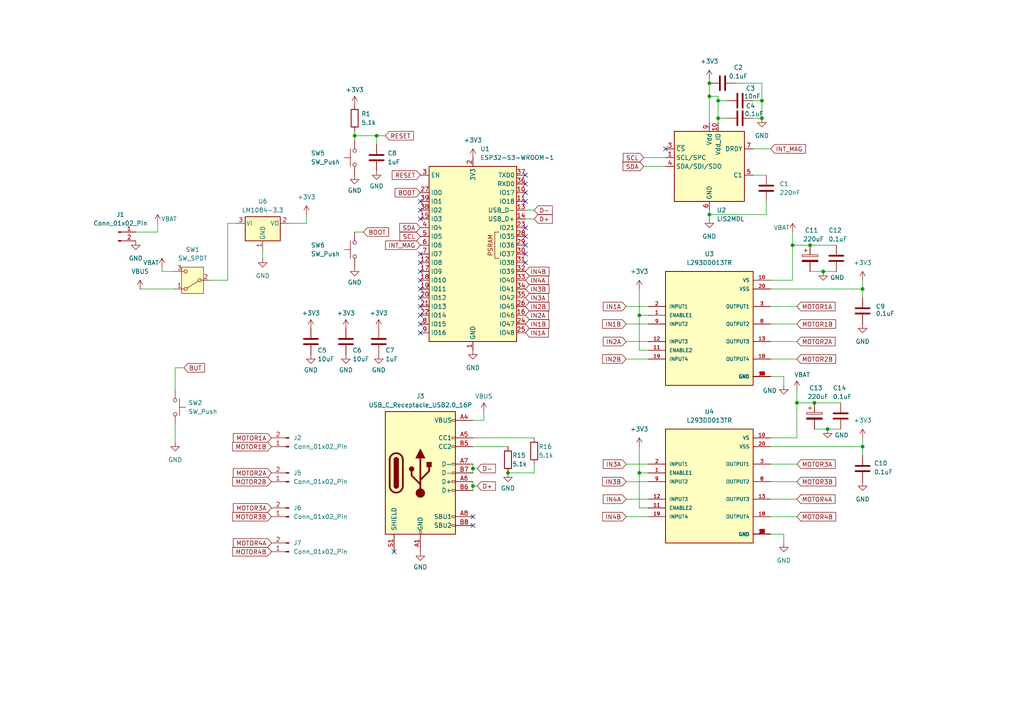
<source format=kicad_sch>
(kicad_sch (version 20250114) (generator "eeschema") (generator_version "9.0")
  (paper "A4")
  (lib_symbols
    (symbol "Connector:Conn_01x02_Pin" (pin_names (offset 1.016) (hide yes))
      (property "Reference" "J" (at 0 2.54 0))
      (property "Value" "Conn_01x02_Pin" (at 0 -5.08 0))
      (symbol "Conn_01x02_Pin_1_1"
        (rectangle (start 0.8636 0.127) (end 0 -0.127) (stroke (width 0.1524)) (fill (type outline)))
        (rectangle (start 0.8636 -2.413) (end 0 -2.667) (stroke (width 0.1524)) (fill (type outline)))
        (polyline (pts (xy 1.27 0) (xy 0.8636 0)) (stroke (width 0.1524)))
        (polyline (pts (xy 1.27 -2.54) (xy 0.8636 -2.54)) (stroke (width 0.1524)))
        (pin passive line (at 5.08 0 180) (length 3.81) (name "Pin_1") (number "1"))
        (pin passive line (at 5.08 -2.54 180) (length 3.81) (name "Pin_2") (number "2"))
      )
    )
    (symbol "Connector:USB_C_Receptacle_USB2.0_16P" (pin_names (offset 1.016))
      (property "Reference" "J" (at 0 22.225 0))
      (property "Value" "USB_C_Receptacle_USB2.0_16P" (at 0 19.685 0))
      (symbol "USB_C_Receptacle_USB2.0_16P_0_0"
        (rectangle (start -0.254 -17.78) (end 0.254 -16.764))
        (rectangle (start 10.16 15.494) (end 9.144 14.986))
        (rectangle (start 10.16 10.414) (end 9.144 9.906))
        (rectangle (start 10.16 7.874) (end 9.144 7.366))
        (rectangle (start 10.16 2.794) (end 9.144 2.286))
        (rectangle (start 10.16 0.254) (end 9.144 -0.254))
        (rectangle (start 10.16 -2.286) (end 9.144 -2.794))
        (rectangle (start 10.16 -4.826) (end 9.144 -5.334))
        (rectangle (start 10.16 -12.446) (end 9.144 -12.954))
        (rectangle (start 10.16 -14.986) (end 9.144 -15.494))
      )
      (symbol "USB_C_Receptacle_USB2.0_16P_0_1"
        (rectangle (start -10.16 17.78) (end 10.16 -17.78) (stroke (width 0.254)) (fill (type background)))
        (polyline (pts (xy -8.89 -3.81) (xy -8.89 3.81)) (stroke (width 0.508)))
        (rectangle (start -7.62 -3.81) (end -6.35 3.81) (stroke (width 0.254)) (fill (type outline)))
        (arc (start -7.62 3.81) (mid -6.985 4.4423) (end -6.35 3.81) (stroke (width 0.254)))
        (arc (start -7.62 3.81) (mid -6.985 4.4423) (end -6.35 3.81) (stroke (width 0.254)) (fill (type outline)))
        (arc (start -8.89 3.81) (mid -6.985 5.7067) (end -5.08 3.81) (stroke (width 0.508)))
        (arc (start -5.08 -3.81) (mid -6.985 -5.7067) (end -8.89 -3.81) (stroke (width 0.508)))
        (arc (start -6.35 -3.81) (mid -6.985 -4.4423) (end -7.62 -3.81) (stroke (width 0.254)))
        (arc (start -6.35 -3.81) (mid -6.985 -4.4423) (end -7.62 -3.81) (stroke (width 0.254)) (fill (type outline)))
        (polyline (pts (xy -5.08 3.81) (xy -5.08 -3.81)) (stroke (width 0.508)))
        (circle (center -2.54 1.143) (radius 0.635) (stroke (width 0.254)) (fill (type outline)))
        (polyline (pts (xy -1.27 4.318) (xy 0 6.858) (xy 1.27 4.318) (xy -1.27 4.318)) (stroke (width 0.254)) (fill (type outline)))
        (polyline (pts (xy 0 -2.032) (xy 2.54 0.508) (xy 2.54 1.778)) (stroke (width 0.508)))
        (polyline (pts (xy 0 -3.302) (xy -2.54 -0.762) (xy -2.54 0.508)) (stroke (width 0.508)))
        (polyline (pts (xy 0 -5.842) (xy 0 4.318)) (stroke (width 0.508)))
        (circle (center 0 -5.842) (radius 1.27) (fill (type outline)))
        (rectangle (start 1.905 1.778) (end 3.175 3.048) (stroke (width 0.254)) (fill (type outline)))
      )
      (symbol "USB_C_Receptacle_USB2.0_16P_1_1"
        (pin passive line (at -7.62 -22.86 90) (length 5.08) (name "SHIELD") (number "S1"))
        (pin passive line (at 0 -22.86 90) (length 5.08) (name "GND") (number "A1"))
        (pin passive line (at 0 -22.86 90) (length 5.08) (hide yes) (name "GND") (number "A12"))
        (pin passive line (at 0 -22.86 90) (length 5.08) (hide yes) (name "GND") (number "B1"))
        (pin passive line (at 0 -22.86 90) (length 5.08) (hide yes) (name "GND") (number "B12"))
        (pin passive line (at 15.24 15.24 180) (length 5.08) (name "VBUS") (number "A4"))
        (pin passive line (at 15.24 15.24 180) (length 5.08) (hide yes) (name "VBUS") (number "A9"))
        (pin passive line (at 15.24 15.24 180) (length 5.08) (hide yes) (name "VBUS") (number "B4"))
        (pin passive line (at 15.24 15.24 180) (length 5.08) (hide yes) (name "VBUS") (number "B9"))
        (pin bidirectional line (at 15.24 10.16 180) (length 5.08) (name "CC1") (number "A5"))
        (pin bidirectional line (at 15.24 7.62 180) (length 5.08) (name "CC2") (number "B5"))
        (pin bidirectional line (at 15.24 2.54 180) (length 5.08) (name "D-") (number "A7"))
        (pin bidirectional line (at 15.24 0 180) (length 5.08) (name "D-") (number "B7"))
        (pin bidirectional line (at 15.24 -2.54 180) (length 5.08) (name "D+") (number "A6"))
        (pin bidirectional line (at 15.24 -5.08 180) (length 5.08) (name "D+") (number "B6"))
        (pin bidirectional line (at 15.24 -12.7 180) (length 5.08) (name "SBU1") (number "A8"))
        (pin bidirectional line (at 15.24 -15.24 180) (length 5.08) (name "SBU2") (number "B8"))
      )
    )
    (symbol "Device:C" (pin_numbers (hide yes)) (pin_names (offset 0.254))
      (property "Reference" "C" (at 0.635 2.54 0))
      (property "Value" "C" (at 0.635 -2.54 0))
      (symbol "C_0_1"
        (polyline (pts (xy -2.032 0.762) (xy 2.032 0.762)) (stroke (width 0.508)))
        (polyline (pts (xy -2.032 -0.762) (xy 2.032 -0.762)) (stroke (width 0.508)))
      )
      (symbol "C_1_1"
        (pin passive line (at 0 3.81 270) (length 2.794) (name "~") (number "1"))
        (pin passive line (at 0 -3.81 90) (length 2.794) (name "~") (number "2"))
      )
    )
    (symbol "Device:C_Polarized" (pin_numbers (hide yes)) (pin_names (offset 0.254))
      (property "Reference" "C" (at 0.635 2.54 0))
      (property "Value" "C_Polarized" (at 0.635 -2.54 0))
      (symbol "C_Polarized_0_1"
        (rectangle (start -2.286 0.508) (end 2.286 1.016))
        (polyline (pts (xy -1.778 2.286) (xy -0.762 2.286)))
        (polyline (pts (xy -1.27 2.794) (xy -1.27 1.778)))
        (rectangle (start 2.286 -0.508) (end -2.286 -1.016) (fill (type outline)))
      )
      (symbol "C_Polarized_1_1"
        (pin passive line (at 0 3.81 270) (length 2.794) (name "~") (number "1"))
        (pin passive line (at 0 -3.81 90) (length 2.794) (name "~") (number "2"))
      )
    )
    (symbol "Device:R" (pin_numbers (hide yes)) (pin_names (offset 0))
      (property "Reference" "R" (at 2.032 0 90))
      (property "Value" "R" (at 0 0 90))
      (symbol "R_0_1"
        (rectangle (start -1.016 -2.54) (end 1.016 2.54) (stroke (width 0.254)))
      )
      (symbol "R_1_1"
        (pin passive line (at 0 3.81 270) (length 1.27) (name "~") (number "1"))
        (pin passive line (at 0 -3.81 90) (length 1.27) (name "~") (number "2"))
      )
    )
    (symbol "GND_1" (power) (pin_numbers (hide yes)) (pin_names (offset 0) (hide yes))
      (property "Value" "GND" (at 0 -3.81 0))
      (symbol "GND_1_0_1"
        (polyline (pts (xy 0 0) (xy 0 -1.27) (xy 1.27 -1.27) (xy 0 -2.54) (xy -1.27 -1.27) (xy 0 -1.27)))
      )
      (symbol "GND_1_1_1"
        (pin power_in line (at 0 0 270) (length 0) (name "~") (number "1"))
      )
    )
    (symbol "GND_2" (power) (pin_numbers (hide yes)) (pin_names (offset 0) (hide yes))
      (property "Value" "GND" (at 0 -3.81 0))
      (symbol "GND_2_0_1"
        (polyline (pts (xy 0 0) (xy 0 -1.27) (xy 1.27 -1.27) (xy 0 -2.54) (xy -1.27 -1.27) (xy 0 -1.27)))
      )
      (symbol "GND_2_1_1"
        (pin power_in line (at 0 0 270) (length 0) (name "~") (number "1"))
      )
    )
    (symbol "GND_3" (power) (pin_numbers (hide yes)) (pin_names (offset 0) (hide yes))
      (property "Value" "GND" (at 0 -3.81 0))
      (symbol "GND_3_0_1"
        (polyline (pts (xy 0 0) (xy 0 -1.27) (xy 1.27 -1.27) (xy 0 -2.54) (xy -1.27 -1.27) (xy 0 -1.27)))
      )
      (symbol "GND_3_1_1"
        (pin power_in line (at 0 0 270) (length 0) (name "~") (number "1"))
      )
    )
    (symbol "GND_4" (power) (pin_numbers (hide yes)) (pin_names (offset 0) (hide yes))
      (property "Value" "GND" (at 0 -3.81 0))
      (symbol "GND_4_0_1"
        (polyline (pts (xy 0 0) (xy 0 -1.27) (xy 1.27 -1.27) (xy 0 -2.54) (xy -1.27 -1.27) (xy 0 -1.27)))
      )
      (symbol "GND_4_1_1"
        (pin power_in line (at 0 0 270) (length 0) (name "~") (number "1"))
      )
    )
    (symbol "GND_5" (power) (pin_numbers (hide yes)) (pin_names (offset 0) (hide yes))
      (property "Value" "GND" (at 0 -3.81 0))
      (symbol "GND_5_0_1"
        (polyline (pts (xy 0 0) (xy 0 -1.27) (xy 1.27 -1.27) (xy 0 -2.54) (xy -1.27 -1.27) (xy 0 -1.27)))
      )
      (symbol "GND_5_1_1"
        (pin power_in line (at 0 0 270) (length 0) (name "~") (number "1"))
      )
    )
    (symbol "GND_6" (power) (pin_numbers (hide yes)) (pin_names (offset 0) (hide yes))
      (property "Value" "GND" (at 0 -3.81 0))
      (symbol "GND_6_0_1"
        (polyline (pts (xy 0 0) (xy 0 -1.27) (xy 1.27 -1.27) (xy 0 -2.54) (xy -1.27 -1.27) (xy 0 -1.27)))
      )
      (symbol "GND_6_1_1"
        (pin power_in line (at 0 0 270) (length 0) (name "~") (number "1"))
      )
    )
    (symbol "GND_7" (power) (pin_numbers (hide yes)) (pin_names (offset 0) (hide yes))
      (property "Value" "GND" (at 0 -3.81 0))
      (symbol "GND_7_0_1"
        (polyline (pts (xy 0 0) (xy 0 -1.27) (xy 1.27 -1.27) (xy 0 -2.54) (xy -1.27 -1.27) (xy 0 -1.27)))
      )
      (symbol "GND_7_1_1"
        (pin power_in line (at 0 0 270) (length 0) (name "~") (number "1"))
      )
    )
    (symbol "GND_8" (power) (pin_numbers (hide yes)) (pin_names (offset 0) (hide yes))
      (property "Value" "GND" (at 0 -3.81 0))
      (symbol "GND_8_0_1"
        (polyline (pts (xy 0 0) (xy 0 -1.27) (xy 1.27 -1.27) (xy 0 -2.54) (xy -1.27 -1.27) (xy 0 -1.27)))
      )
      (symbol "GND_8_1_1"
        (pin power_in line (at 0 0 270) (length 0) (name "~") (number "1"))
      )
    )
    (symbol "GND_9" (power) (pin_numbers (hide yes)) (pin_names (offset 0) (hide yes))
      (property "Value" "GND" (at 0 -3.81 0))
      (symbol "GND_9_0_1"
        (polyline (pts (xy 0 0) (xy 0 -1.27) (xy 1.27 -1.27) (xy 0 -2.54) (xy -1.27 -1.27) (xy 0 -1.27)))
      )
      (symbol "GND_9_1_1"
        (pin power_in line (at 0 0 270) (length 0) (name "~") (number "1"))
      )
    )
    (symbol "L293DD013TR:L293DD013TR" (pin_names (offset 1.016))
      (property "Reference" "U" (at -12.7 16.24 0))
      (property "Value" "L293DD013TR" (at -12.7 -21.78 0))
      (symbol "L293DD013TR_0_0"
        (rectangle (start -12.7 -17.78) (end 12.7 15.24) (stroke (width 0.254)) (fill (type background)))
        (pin input line (at -17.78 5.08 0) (length 5.08) (name "INPUT1") (number "2"))
        (pin input line (at -17.78 2.54 0) (length 5.08) (name "ENABLE1") (number "1"))
        (pin input line (at -17.78 0 0) (length 5.08) (name "INPUT2") (number "9"))
        (pin input line (at -17.78 -5.08 0) (length 5.08) (name "INPUT3") (number "12"))
        (pin input line (at -17.78 -7.62 0) (length 5.08) (name "ENABLE2") (number "11"))
        (pin input line (at -17.78 -10.16 0) (length 5.08) (name "INPUT4") (number "19"))
        (pin power_in line (at 17.78 12.7 180) (length 5.08) (name "VS") (number "10"))
        (pin power_in line (at 17.78 10.16 180) (length 5.08) (name "VSS") (number "20"))
        (pin output line (at 17.78 5.08 180) (length 5.08) (name "OUTPUT1") (number "3"))
        (pin output line (at 17.78 0 180) (length 5.08) (name "OUTPUT2") (number "8"))
        (pin output line (at 17.78 -5.08 180) (length 5.08) (name "OUTPUT3") (number "13"))
        (pin output line (at 17.78 -10.16 180) (length 5.08) (name "OUTPUT4") (number "18"))
        (pin power_in line (at 17.78 -15.24 180) (length 5.08) (name "GND") (number "14"))
        (pin power_in line (at 17.78 -15.24 180) (length 5.08) (name "GND") (number "15"))
        (pin power_in line (at 17.78 -15.24 180) (length 5.08) (name "GND") (number "16"))
        (pin power_in line (at 17.78 -15.24 180) (length 5.08) (name "GND") (number "17"))
        (pin power_in line (at 17.78 -15.24 180) (length 5.08) (name "GND") (number "4"))
        (pin power_in line (at 17.78 -15.24 180) (length 5.08) (name "GND") (number "5"))
        (pin power_in line (at 17.78 -15.24 180) (length 5.08) (name "GND") (number "6"))
        (pin power_in line (at 17.78 -15.24 180) (length 5.08) (name "GND") (number "7"))
      )
    )
    (symbol "RF_Module:ESP32-S3-WROOM-1"
      (property "Reference" "U" (at -12.7 26.67 0))
      (property "Value" "ESP32-S3-WROOM-1" (at 12.7 26.67 0))
      (symbol "ESP32-S3-WROOM-1_0_0"
        (rectangle (start -12.7 25.4) (end 12.7 -25.4) (stroke (width 0.254)) (fill (type background)))
        (text "PSRAM" (at 5.08 2.54 900) (effects (font (size 1.27 1.27))))
      )
      (symbol "ESP32-S3-WROOM-1_0_1"
        (polyline (pts (xy 7.62 -1.27) (xy 6.35 -1.27) (xy 6.35 6.35) (xy 7.62 6.35)))
      )
      (symbol "ESP32-S3-WROOM-1_1_1"
        (pin input line (at -15.24 22.86 0) (length 2.54) (name "EN") (number "3"))
        (pin bidirectional line (at -15.24 17.78 0) (length 2.54) (name "IO0") (number "27"))
        (pin bidirectional line (at -15.24 15.24 0) (length 2.54) (name "IO1") (number "39"))
        (pin bidirectional line (at -15.24 12.7 0) (length 2.54) (name "IO2") (number "38"))
        (pin bidirectional line (at -15.24 10.16 0) (length 2.54) (name "IO3") (number "15"))
        (pin bidirectional line (at -15.24 7.62 0) (length 2.54) (name "IO4") (number "4"))
        (pin bidirectional line (at -15.24 5.08 0) (length 2.54) (name "IO5") (number "5"))
        (pin bidirectional line (at -15.24 2.54 0) (length 2.54) (name "IO6") (number "6"))
        (pin bidirectional line (at -15.24 0 0) (length 2.54) (name "IO7") (number "7"))
        (pin bidirectional line (at -15.24 -2.54 0) (length 2.54) (name "IO8") (number "12"))
        (pin bidirectional line (at -15.24 -5.08 0) (length 2.54) (name "IO9") (number "17"))
        (pin bidirectional line (at -15.24 -7.62 0) (length 2.54) (name "IO10") (number "18"))
        (pin bidirectional line (at -15.24 -10.16 0) (length 2.54) (name "IO11") (number "19"))
        (pin bidirectional line (at -15.24 -12.7 0) (length 2.54) (name "IO12") (number "20"))
        (pin bidirectional line (at -15.24 -15.24 0) (length 2.54) (name "IO13") (number "21"))
        (pin bidirectional line (at -15.24 -17.78 0) (length 2.54) (name "IO14") (number "22"))
        (pin bidirectional line (at -15.24 -20.32 0) (length 2.54) (name "IO15") (number "8"))
        (pin bidirectional line (at -15.24 -22.86 0) (length 2.54) (name "IO16") (number "9"))
        (pin power_in line (at 0 27.94 270) (length 2.54) (name "3V3") (number "2"))
        (pin power_in line (at 0 -27.94 90) (length 2.54) (name "GND") (number "1"))
        (pin passive line (at 0 -27.94 90) (length 2.54) (hide yes) (name "GND") (number "40"))
        (pin passive line (at 0 -27.94 90) (length 2.54) (hide yes) (name "GND") (number "41"))
        (pin bidirectional line (at 15.24 22.86 180) (length 2.54) (name "TXD0") (number "37"))
        (pin bidirectional line (at 15.24 20.32 180) (length 2.54) (name "RXD0") (number "36"))
        (pin bidirectional line (at 15.24 17.78 180) (length 2.54) (name "IO17") (number "10"))
        (pin bidirectional line (at 15.24 15.24 180) (length 2.54) (name "IO18") (number "11"))
        (pin bidirectional line (at 15.24 12.7 180) (length 2.54) (name "USB_D-") (number "13"))
        (pin bidirectional line (at 15.24 10.16 180) (length 2.54) (name "USB_D+") (number "14"))
        (pin bidirectional line (at 15.24 7.62 180) (length 2.54) (name "IO21") (number "23"))
        (pin bidirectional line (at 15.24 5.08 180) (length 2.54) (name "IO35") (number "28"))
        (pin bidirectional line (at 15.24 2.54 180) (length 2.54) (name "IO36") (number "29"))
        (pin bidirectional line (at 15.24 0 180) (length 2.54) (name "IO37") (number "30"))
        (pin bidirectional line (at 15.24 -2.54 180) (length 2.54) (name "IO38") (number "31"))
        (pin bidirectional line (at 15.24 -5.08 180) (length 2.54) (name "IO39") (number "32"))
        (pin bidirectional line (at 15.24 -7.62 180) (length 2.54) (name "IO40") (number "33"))
        (pin bidirectional line (at 15.24 -10.16 180) (length 2.54) (name "IO41") (number "34"))
        (pin bidirectional line (at 15.24 -12.7 180) (length 2.54) (name "IO42") (number "35"))
        (pin bidirectional line (at 15.24 -15.24 180) (length 2.54) (name "IO45") (number "26"))
        (pin bidirectional line (at 15.24 -17.78 180) (length 2.54) (name "IO46") (number "16"))
        (pin bidirectional line (at 15.24 -20.32 180) (length 2.54) (name "IO47") (number "24"))
        (pin bidirectional line (at 15.24 -22.86 180) (length 2.54) (name "IO48") (number "25"))
      )
    )
    (symbol "Regulator_Linear:LM1084-3.3" (pin_names (offset 0.254))
      (property "Reference" "U" (at -3.81 3.175 0))
      (property "Value" "LM1084-3.3" (at 0 3.175 0))
      (symbol "LM1084-3.3_0_1"
        (rectangle (start -5.08 1.905) (end 5.08 -5.08) (stroke (width 0.254)) (fill (type background)))
      )
      (symbol "LM1084-3.3_1_1"
        (pin power_in line (at -7.62 0 0) (length 2.54) (name "VI") (number "3"))
        (pin power_in line (at 0 -7.62 90) (length 2.54) (name "GND") (number "1"))
        (pin power_out line (at 7.62 0 180) (length 2.54) (name "VO") (number "2"))
      )
    )
    (symbol "Sensor_Magnetic:LIS2MDL"
      (property "Reference" "U" (at -8.89 11.43 0))
      (property "Value" "LIS2MDL" (at 7.62 11.43 0))
      (symbol "LIS2MDL_0_1"
        (rectangle (start -10.16 10.16) (end 10.16 -10.16) (stroke (width 0.254)) (fill (type background)))
      )
      (symbol "LIS2MDL_1_1"
        (pin input line (at -12.7 5.08 0) (length 2.54) (name "~{CS}") (number "3"))
        (pin input line (at -12.7 2.54 0) (length 2.54) (name "SCL/SPC") (number "1"))
        (pin bidirectional line (at -12.7 0 0) (length 2.54) (name "SDA/SDI/SDO") (number "4"))
        (pin no_connect line (at -10.16 -5.08 0) (length 2.54) (hide yes) (name "NC") (number "2"))
        (pin no_connect line (at -10.16 -7.62 0) (length 2.54) (hide yes) (name "NC") (number "11"))
        (pin power_in line (at 0 12.7 270) (length 2.54) (name "Vdd") (number "9"))
        (pin power_in line (at 0 -12.7 90) (length 2.54) (name "GND") (number "6"))
        (pin passive line (at 0 -12.7 90) (length 2.54) (hide yes) (name "GND") (number "8"))
        (pin power_in line (at 2.54 12.7 270) (length 2.54) (name "Vdd_IO") (number "10"))
        (pin no_connect line (at 10.16 -7.62 180) (length 2.54) (hide yes) (name "NC") (number "12"))
        (pin output line (at 12.7 5.08 180) (length 2.54) (name "DRDY") (number "7"))
        (pin power_out line (at 12.7 -2.54 180) (length 2.54) (name "C1") (number "5"))
      )
    )
    (symbol "Switch:SW_Push" (pin_numbers (hide yes)) (pin_names (offset 1.016) (hide yes))
      (property "Reference" "SW" (at 1.27 2.54 0))
      (property "Value" "SW_Push" (at 0 -1.524 0))
      (symbol "SW_Push_0_1"
        (circle (center -2.032 0) (radius 0.508))
        (polyline (pts (xy 0 1.27) (xy 0 3.048)))
        (circle (center 2.032 0) (radius 0.508))
        (polyline (pts (xy 2.54 1.27) (xy -2.54 1.27)))
        (pin passive line (at -5.08 0 0) (length 2.54) (name "1") (number "1"))
        (pin passive line (at 5.08 0 180) (length 2.54) (name "2") (number "2"))
      )
    )
    (symbol "Switch:SW_SPDT" (pin_names (offset 0) (hide yes))
      (property "Reference" "SW" (at 0 5.08 0))
      (property "Value" "SW_SPDT" (at 0 -5.08 0))
      (symbol "SW_SPDT_0_1"
        (circle (center -2.032 0) (radius 0.4572))
        (polyline (pts (xy -1.651 0.254) (xy 1.651 2.286)))
        (circle (center 2.032 2.54) (radius 0.4572))
        (circle (center 2.032 -2.54) (radius 0.4572))
      )
      (symbol "SW_SPDT_1_1"
        (rectangle (start -3.175 3.81) (end 3.175 -3.81) (fill (type background)))
        (pin passive line (at -5.08 0 0) (length 2.54) (name "B") (number "2"))
        (pin passive line (at 5.08 2.54 180) (length 2.54) (name "A") (number "1"))
        (pin passive line (at 5.08 -2.54 180) (length 2.54) (name "C") (number "3"))
      )
    )
    (symbol "power:+3V3" (power) (pin_numbers (hide yes)) (pin_names (offset 0) (hide yes))
      (property "Value" "+3V3" (at 0 3.556 0))
      (symbol "+3V3_0_1"
        (polyline (pts (xy -0.762 1.27) (xy 0 2.54)))
        (polyline (pts (xy 0 2.54) (xy 0.762 1.27)))
        (polyline (pts (xy 0 0) (xy 0 2.54)))
      )
      (symbol "+3V3_1_1"
        (pin power_in line (at 0 0 90) (length 0) (name "~") (number "1"))
      )
    )
    (symbol "power:GND" (power) (pin_names (offset 0))
      (property "Value" "GND" (at 0 -3.81 0))
      (symbol "GND_0_1"
        (polyline (pts (xy 0 0) (xy 0 -1.27) (xy 1.27 -1.27) (xy 0 -2.54) (xy -1.27 -1.27) (xy 0 -1.27)))
      )
      (symbol "GND_1_1"
        (pin power_in line (at 0 0 270) (length 0) (hide yes) (name "GND") (number "1"))
      )
    )
    (symbol "power:VBAT" (power) (in_bom no) (on_board no)
      (property "Value" "VBAT" (at 0 0 0))
      (symbol "VBAT_0_1"
        (polyline (pts (xy 0 0) (xy 0 2.54) (xy -0.762 1.27) (xy 0 2.54) (xy 0.762 1.27)))
      )
      (symbol "VBAT_1_1"
        (pin power_in line (at 0 0 90) (length 2.54) (hide yes) (name "VBAT") (number ""))
      )
    )
    (symbol "power:VBUS" (power) (pin_numbers (hide yes)) (pin_names (offset 0) (hide yes))
      (property "Value" "VBUS" (at 0 3.556 0))
      (symbol "VBUS_0_1"
        (polyline (pts (xy -0.762 1.27) (xy 0 2.54)))
        (polyline (pts (xy 0 2.54) (xy 0.762 1.27)))
        (polyline (pts (xy 0 0) (xy 0 2.54)))
      )
      (symbol "VBUS_1_1"
        (pin power_in line (at 0 0 90) (length 0) (name "~") (number "1"))
      )
    )
  )
  (junction (at 229.87 71.12))
  (junction (at 102.87 39.37))
  (junction (at 236.22 116.84))
  (junction (at 208.28 34.29))
  (junction (at 137.16 140.97))
  (junction (at 205.74 62.23))
  (junction (at 147.32 137.16))
  (junction (at 231.14 116.84))
  (junction (at 137.16 135.89))
  (junction (at 185.42 137.16))
  (junction (at 205.74 27.94))
  (junction (at 220.98 29.21))
  (junction (at 109.22 39.37))
  (junction (at 208.28 29.21))
  (junction (at 240.03 124.46))
  (junction (at 234.95 71.12))
  (junction (at 250.19 129.54))
  (junction (at 238.76 78.74))
  (junction (at 220.98 34.29))
  (junction (at 185.42 91.44))
  (junction (at 205.74 24.13))
  (junction (at 250.19 83.82))
  (no_connect (at 152.4 50.8))
  (no_connect (at 121.92 58.42))
  (no_connect (at 137.16 152.4))
  (no_connect (at 152.4 55.88))
  (no_connect (at 152.4 53.34))
  (no_connect (at 121.92 91.44))
  (no_connect (at 121.92 93.98))
  (no_connect (at 137.16 149.86))
  (no_connect (at 152.4 71.12))
  (no_connect (at 193.04 43.18))
  (no_connect (at 121.92 96.52))
  (no_connect (at 152.4 76.2))
  (no_connect (at 152.4 68.58))
  (no_connect (at 121.92 88.9))
  (no_connect (at 121.92 60.96))
  (no_connect (at 121.92 81.28))
  (no_connect (at 121.92 73.66))
  (no_connect (at 152.4 66.04))
  (no_connect (at 121.92 63.5))
  (no_connect (at 121.92 76.2))
  (no_connect (at 121.92 86.36))
  (no_connect (at 114.3 160.02))
  (no_connect (at 152.4 73.66))
  (no_connect (at 121.92 83.82))
  (no_connect (at 152.4 58.42))
  (no_connect (at 121.92 78.74))
  (wire (pts (xy 210.82 34.29) (xy 208.28 34.29)))
  (wire (pts (xy 223.52 88.9) (xy 231.14 88.9)))
  (wire (pts (xy 229.87 71.12) (xy 234.95 71.12)))
  (wire (pts (xy 102.87 39.37) (xy 109.22 39.37)))
  (wire (pts (xy 231.14 116.84) (xy 236.22 116.84)))
  (wire (pts (xy 223.52 149.86) (xy 231.14 149.86)))
  (wire (pts (xy 39.37 67.31) (xy 45.72 67.31)))
  (wire (pts (xy 76.2 72.39) (xy 76.2 74.93)))
  (wire (pts (xy 223.52 144.78) (xy 231.14 144.78)))
  (wire (pts (xy 250.19 132.08) (xy 250.19 129.54)))
  (wire (pts (xy 137.16 127) (xy 154.94 127)))
  (wire (pts (xy 45.72 64.77) (xy 45.72 67.31)))
  (wire (pts (xy 140.335 119.38) (xy 140.335 121.92)))
  (wire (pts (xy 229.87 67.31) (xy 229.87 71.12)))
  (wire (pts (xy 218.44 29.21) (xy 220.98 29.21)))
  (wire (pts (xy 154.94 137.16) (xy 147.32 137.16)))
  (wire (pts (xy 66.04 81.28) (xy 66.04 64.77)))
  (wire (pts (xy 234.95 71.12) (xy 242.57 71.12)))
  (wire (pts (xy 223.52 134.62) (xy 231.14 134.62)))
  (wire (pts (xy 222.25 62.23) (xy 205.74 62.23)))
  (wire (pts (xy 229.87 71.12) (xy 229.87 81.28)))
  (wire (pts (xy 250.19 86.36) (xy 250.19 83.82)))
  (wire (pts (xy 181.61 149.86) (xy 187.96 149.86)))
  (wire (pts (xy 220.98 29.21) (xy 220.98 34.29)))
  (wire (pts (xy 223.52 154.94) (xy 227.33 154.94)))
  (wire (pts (xy 218.44 34.29) (xy 220.98 34.29)))
  (wire (pts (xy 152.4 60.96) (xy 154.94 60.96)))
  (wire (pts (xy 102.87 40.64) (xy 102.87 39.37)))
  (wire (pts (xy 234.95 78.74) (xy 238.76 78.74)))
  (wire (pts (xy 185.42 129.54) (xy 185.42 137.16)))
  (wire (pts (xy 238.76 78.74) (xy 242.57 78.74)))
  (wire (pts (xy 83.82 64.77) (xy 88.9 64.77)))
  (wire (pts (xy 223.52 93.98) (xy 231.14 93.98)))
  (wire (pts (xy 152.4 63.5) (xy 154.94 63.5)))
  (wire (pts (xy 231.14 113.03) (xy 231.14 116.84)))
  (wire (pts (xy 181.61 104.14) (xy 187.96 104.14)))
  (wire (pts (xy 181.61 134.62) (xy 187.96 134.62)))
  (wire (pts (xy 88.9 62.23) (xy 88.9 64.77)))
  (wire (pts (xy 137.16 140.97) (xy 138.43 140.97)))
  (wire (pts (xy 60.96 81.28) (xy 66.04 81.28)))
  (wire (pts (xy 109.22 39.37) (xy 111.76 39.37)))
  (wire (pts (xy 181.61 93.98) (xy 187.96 93.98)))
  (wire (pts (xy 137.16 121.92) (xy 140.335 121.92)))
  (wire (pts (xy 181.61 139.7) (xy 187.96 139.7)))
  (wire (pts (xy 210.82 29.21) (xy 208.28 29.21)))
  (wire (pts (xy 223.52 104.14) (xy 231.14 104.14)))
  (wire (pts (xy 227.33 154.94) (xy 227.33 157.48)))
  (wire (pts (xy 185.42 91.44) (xy 187.96 91.44)))
  (wire (pts (xy 231.14 116.84) (xy 231.14 127)))
  (wire (pts (xy 187.96 147.32) (xy 185.42 147.32)))
  (wire (pts (xy 46.99 77.47) (xy 46.99 78.74)))
  (wire (pts (xy 240.03 124.46) (xy 243.84 124.46)))
  (wire (pts (xy 102.87 67.31) (xy 105.41 67.31)))
  (wire (pts (xy 109.22 39.37) (xy 109.22 41.91)))
  (wire (pts (xy 223.52 99.06) (xy 231.14 99.06)))
  (wire (pts (xy 137.16 129.54) (xy 147.32 129.54)))
  (wire (pts (xy 185.42 83.82) (xy 185.42 91.44)))
  (wire (pts (xy 208.28 29.21) (xy 208.28 27.94)))
  (wire (pts (xy 187.96 101.6) (xy 185.42 101.6)))
  (wire (pts (xy 223.52 127) (xy 231.14 127)))
  (wire (pts (xy 186.69 45.72) (xy 193.04 45.72)))
  (wire (pts (xy 137.16 134.62) (xy 137.16 135.89)))
  (wire (pts (xy 223.52 109.22) (xy 227.33 109.22)))
  (wire (pts (xy 236.22 116.84) (xy 243.84 116.84)))
  (wire (pts (xy 181.61 88.9) (xy 187.96 88.9)))
  (wire (pts (xy 250.19 127) (xy 250.19 129.54)))
  (wire (pts (xy 186.69 48.26) (xy 193.04 48.26)))
  (wire (pts (xy 218.44 43.18) (xy 223.52 43.18)))
  (wire (pts (xy 220.98 24.13) (xy 220.98 29.21)))
  (wire (pts (xy 137.16 140.97) (xy 137.16 142.24)))
  (wire (pts (xy 223.52 139.7) (xy 231.14 139.7)))
  (wire (pts (xy 236.22 124.46) (xy 240.03 124.46)))
  (wire (pts (xy 181.61 144.78) (xy 187.96 144.78)))
  (wire (pts (xy 50.8 123.19) (xy 50.8 128.27)))
  (wire (pts (xy 205.74 62.23) (xy 205.74 63.5)))
  (wire (pts (xy 50.8 113.03) (xy 50.8 106.68)))
  (wire (pts (xy 222.25 58.42) (xy 222.25 62.23)))
  (wire (pts (xy 205.74 27.94) (xy 205.74 35.56)))
  (wire (pts (xy 227.33 109.22) (xy 227.33 111.76)))
  (wire (pts (xy 137.16 139.7) (xy 137.16 140.97)))
  (wire (pts (xy 154.94 134.62) (xy 154.94 137.16)))
  (wire (pts (xy 185.42 137.16) (xy 187.96 137.16)))
  (wire (pts (xy 137.16 135.89) (xy 137.16 137.16)))
  (wire (pts (xy 181.61 99.06) (xy 187.96 99.06)))
  (wire (pts (xy 218.44 50.8) (xy 222.25 50.8)))
  (wire (pts (xy 223.52 129.54) (xy 250.19 129.54)))
  (wire (pts (xy 213.36 24.13) (xy 220.98 24.13)))
  (wire (pts (xy 185.42 91.44) (xy 185.42 101.6)))
  (wire (pts (xy 205.74 22.86) (xy 205.74 24.13)))
  (wire (pts (xy 208.28 34.29) (xy 208.28 29.21)))
  (wire (pts (xy 185.42 137.16) (xy 185.42 147.32)))
  (wire (pts (xy 205.74 24.13) (xy 205.74 27.94)))
  (wire (pts (xy 102.87 38.1) (xy 102.87 39.37)))
  (wire (pts (xy 66.04 64.77) (xy 68.58 64.77)))
  (wire (pts (xy 46.99 78.74) (xy 50.8 78.74)))
  (wire (pts (xy 208.28 27.94) (xy 205.74 27.94)))
  (wire (pts (xy 208.28 35.56) (xy 208.28 34.29)))
  (wire (pts (xy 40.64 83.82) (xy 50.8 83.82)))
  (wire (pts (xy 229.87 81.28) (xy 223.52 81.28)))
  (wire (pts (xy 50.8 106.68) (xy 53.34 106.68)))
  (wire (pts (xy 137.16 135.89) (xy 138.43 135.89)))
  (wire (pts (xy 205.74 62.23) (xy 205.74 60.96)))
  (wire (pts (xy 223.52 83.82) (xy 250.19 83.82)))
  (wire (pts (xy 250.19 81.28) (xy 250.19 83.82)))
  (global_label "RESET" (shape input) (at 111.76 39.37 0) (property "Intersheetrefs" "${INTERSHEET_REFS}" (effects (hide yes))))
  (global_label "INT_MAG" (shape input) (at 223.52 43.18 0) (property "Intersheetrefs" "${INTERSHEET_REFS}" (effects (hide yes))))
  (global_label "IN1A" (shape input) (at 152.4 96.52 0) (property "Intersheetrefs" "${INTERSHEET_REFS}" (effects (hide yes))))
  (global_label "IN1B" (shape input) (at 181.61 93.98 180) (property "Intersheetrefs" "${INTERSHEET_REFS}" (effects (hide yes))))
  (global_label "IN2A" (shape input) (at 181.61 99.06 180) (property "Intersheetrefs" "${INTERSHEET_REFS}" (effects (hide yes))))
  (global_label "SCL" (shape input) (at 121.92 68.58 180) (property "Intersheetrefs" "${INTERSHEET_REFS}" (effects (hide yes))))
  (global_label "MOTOR3B" (shape input) (at 231.14 139.7 0) (property "Intersheetrefs" "${INTERSHEET_REFS}" (effects (hide yes))))
  (global_label "IN4A" (shape input) (at 181.61 144.78 180) (property "Intersheetrefs" "${INTERSHEET_REFS}" (effects (hide yes))))
  (global_label "IN1B" (shape input) (at 152.4 93.98 0) (property "Intersheetrefs" "${INTERSHEET_REFS}" (effects (hide yes))))
  (global_label "INT_MAG" (shape input) (at 121.92 71.12 180) (property "Intersheetrefs" "${INTERSHEET_REFS}" (effects (hide yes))))
  (global_label "MOTOR4A" (shape input) (at 78.74 157.48 180) (property "Intersheetrefs" "${INTERSHEET_REFS}" (effects (hide yes))))
  (global_label "MOTOR1A" (shape input) (at 78.74 127 180) (property "Intersheetrefs" "${INTERSHEET_REFS}" (effects (hide yes))))
  (global_label "IN4B" (shape input) (at 181.61 149.86 180) (property "Intersheetrefs" "${INTERSHEET_REFS}" (effects (hide yes))))
  (global_label "MOTOR1B" (shape input) (at 78.74 129.54 180) (property "Intersheetrefs" "${INTERSHEET_REFS}" (effects (hide yes))))
  (global_label "MOTOR3A" (shape input) (at 78.74 147.32 180) (property "Intersheetrefs" "${INTERSHEET_REFS}" (effects (hide yes))))
  (global_label "D+" (shape input) (at 138.43 140.97 0) (property "Intersheetrefs" "${INTERSHEET_REFS}" (effects (hide yes))))
  (global_label "D-" (shape input) (at 138.43 135.89 0) (property "Intersheetrefs" "${INTERSHEET_REFS}" (effects (hide yes))))
  (global_label "SDA" (shape input) (at 186.69 48.26 180) (property "Intersheetrefs" "${INTERSHEET_REFS}" (effects (hide yes))))
  (global_label "MOTOR2A" (shape input) (at 78.74 137.16 180) (property "Intersheetrefs" "${INTERSHEET_REFS}" (effects (hide yes))))
  (global_label "IN3A" (shape input) (at 181.61 134.62 180) (property "Intersheetrefs" "${INTERSHEET_REFS}" (effects (hide yes))))
  (global_label "BUT" (shape input) (at 53.34 106.68 0) (property "Intersheetrefs" "${INTERSHEET_REFS}" (effects (hide yes))))
  (global_label "SDA" (shape input) (at 121.92 66.04 180) (property "Intersheetrefs" "${INTERSHEET_REFS}" (effects (hide yes))))
  (global_label "RESET" (shape input) (at 121.92 50.8 180) (property "Intersheetrefs" "${INTERSHEET_REFS}" (effects (hide yes))))
  (global_label "IN4B" (shape input) (at 152.4 78.74 0) (property "Intersheetrefs" "${INTERSHEET_REFS}" (effects (hide yes))))
  (global_label "MOTOR1A" (shape input) (at 231.14 88.9 0) (property "Intersheetrefs" "${INTERSHEET_REFS}" (effects (hide yes))))
  (global_label "SCL" (shape input) (at 186.69 45.72 180) (property "Intersheetrefs" "${INTERSHEET_REFS}" (effects (hide yes))))
  (global_label "BOOT" (shape input) (at 105.41 67.31 0) (property "Intersheetrefs" "${INTERSHEET_REFS}" (effects (hide yes))))
  (global_label "IN2B" (shape input) (at 152.4 88.9 0) (property "Intersheetrefs" "${INTERSHEET_REFS}" (effects (hide yes))))
  (global_label "D-" (shape input) (at 154.94 60.96 0) (property "Intersheetrefs" "${INTERSHEET_REFS}" (effects (hide yes))))
  (global_label "MOTOR3B" (shape input) (at 78.74 149.86 180) (property "Intersheetrefs" "${INTERSHEET_REFS}" (effects (hide yes))))
  (global_label "MOTOR1B" (shape input) (at 231.14 93.98 0) (property "Intersheetrefs" "${INTERSHEET_REFS}" (effects (hide yes))))
  (global_label "MOTOR2A" (shape input) (at 231.14 99.06 0) (property "Intersheetrefs" "${INTERSHEET_REFS}" (effects (hide yes))))
  (global_label "MOTOR4B" (shape input) (at 78.74 160.02 180) (property "Intersheetrefs" "${INTERSHEET_REFS}" (effects (hide yes))))
  (global_label "MOTOR4B" (shape input) (at 231.14 149.86 0) (property "Intersheetrefs" "${INTERSHEET_REFS}" (effects (hide yes))))
  (global_label "IN2A" (shape input) (at 152.4 91.44 0) (property "Intersheetrefs" "${INTERSHEET_REFS}" (effects (hide yes))))
  (global_label "BOOT" (shape input) (at 121.92 55.88 180) (property "Intersheetrefs" "${INTERSHEET_REFS}" (effects (hide yes))))
  (global_label "IN4A" (shape input) (at 152.4 81.28 0) (property "Intersheetrefs" "${INTERSHEET_REFS}" (effects (hide yes))))
  (global_label "MOTOR2B" (shape input) (at 231.14 104.14 0) (property "Intersheetrefs" "${INTERSHEET_REFS}" (effects (hide yes))))
  (global_label "IN3A" (shape input) (at 152.4 86.36 0) (property "Intersheetrefs" "${INTERSHEET_REFS}" (effects (hide yes))))
  (global_label "MOTOR3A" (shape input) (at 231.14 134.62 0) (property "Intersheetrefs" "${INTERSHEET_REFS}" (effects (hide yes))))
  (global_label "D+" (shape input) (at 154.94 63.5 0) (property "Intersheetrefs" "${INTERSHEET_REFS}" (effects (hide yes))))
  (global_label "IN1A" (shape input) (at 181.61 88.9 180) (property "Intersheetrefs" "${INTERSHEET_REFS}" (effects (hide yes))))
  (global_label "IN3B" (shape input) (at 181.61 139.7 180) (property "Intersheetrefs" "${INTERSHEET_REFS}" (effects (hide yes))))
  (global_label "IN2B" (shape input) (at 181.61 104.14 180) (property "Intersheetrefs" "${INTERSHEET_REFS}" (effects (hide yes))))
  (global_label "MOTOR2B" (shape input) (at 78.74 139.7 180) (property "Intersheetrefs" "${INTERSHEET_REFS}" (effects (hide yes))))
  (global_label "MOTOR4A" (shape input) (at 231.14 144.78 0) (property "Intersheetrefs" "${INTERSHEET_REFS}" (effects (hide yes))))
  (global_label "IN3B" (shape input) (at 152.4 83.82 0) (property "Intersheetrefs" "${INTERSHEET_REFS}" (effects (hide yes))))
  (symbol (lib_id "Device:C") (at 90.17 99.06 0) (unit 1)
    (property "Reference" "C5" (at 92.075 101.6 0) (effects (justify left)))
    (property "Value" "10uF" (at 92.075 104.14 0) (effects (justify left)))
    (property "Footprint" "Capacitor_SMD:C_0805_2012Metric" (effects (hide yes)))
  )
  (symbol (lib_name "GND_9") (lib_id "power:GND") (at 238.76 78.74 0) (unit 1)
    (property "Reference" "#PWR033" (effects (hide yes)))
    (property "Value" "GND" (at 242.824 80.518 0))
    (property "Description" "Power symbol creates a global label with name \"GND\" , ground" (effects (hide yes)))
  )
  (symbol (lib_id "Connector:Conn_01x02_Pin") (at 83.82 129.54 180) (unit 1)
    (property "Reference" "J2" (at 85.09 126.9999 0) (effects (justify right)))
    (property "Value" "Conn_01x02_Pin" (at 85.09 129.5399 0) (effects (justify right)))
    (property "Footprint" "Connector_PinHeader_2.54mm:PinHeader_1x02_P2.54mm_Vertical" (effects (hide yes)))
    (property "Description" "Generic connector, single row, 01x02, script generated" (effects (hide yes)))
  )
  (symbol (lib_id "Regulator_Linear:LM1084-3.3") (at 76.2 64.77 0) (unit 1)
    (property "Reference" "U6" (at 76.2 58.42 0))
    (property "Value" "LM1084-3.3" (at 76.2 60.96 0))
    (property "Footprint" "footprints:TO254P1524X483-4N" (effects (hide yes)))
    (property "Datasheet" "http://www.ti.com/lit/ds/symlink/lm1084.pdf" (effects (hide yes)))
    (property "Description" "5A 27V Linear Regulator, Fixed Output 3.3V, TO-220/TO-263" (effects (hide yes)))
  )
  (symbol (lib_name "GND_1") (lib_id "power:GND") (at 50.8 128.27 0) (unit 1)
    (property "Reference" "#PWR02" (effects (hide yes)))
    (property "Value" "GND" (at 50.8 133.35 0))
    (property "Description" "Power symbol creates a global label with name \"GND\" , ground" (effects (hide yes)))
  )
  (symbol (lib_name "GND_4") (lib_id "power:GND") (at 220.98 34.29 0) (unit 1)
    (property "Reference" "#PWR09" (effects (hide yes)))
    (property "Value" "GND" (at 220.98 39.37 0))
    (property "Description" "Power symbol creates a global label with name \"GND\" , ground" (effects (hide yes)))
  )
  (symbol (lib_id "Device:C") (at 243.84 120.65 0) (unit 1)
    (property "Reference" "C14" (at 241.554 112.522 0) (effects (justify left)))
    (property "Value" "0.1uF" (at 241.554 115.062 0) (effects (justify left)))
    (property "Footprint" "Capacitor_SMD:C_0805_2012Metric" (effects (hide yes)))
    (property "Description" "Unpolarized capacitor" (effects (hide yes)))
  )
  (symbol (lib_id "power:+3V3") (at 205.74 22.86 0) (unit 1)
    (property "Reference" "#PWR08" (effects (hide yes)))
    (property "Value" "+3V3" (at 205.74 17.78 0))
    (property "Description" "Power symbol creates a global label with name \"+3V3\"" (effects (hide yes)))
  )
  (symbol (lib_name "GND_2") (lib_id "power:GND") (at 227.33 157.48 0) (unit 1)
    (property "Reference" "#PWR06" (effects (hide yes)))
    (property "Value" "GND" (at 227.33 162.56 0))
    (property "Description" "Power symbol creates a global label with name \"GND\" , ground" (effects (hide yes)))
  )
  (symbol (lib_id "Device:R") (at 102.87 34.29 0) (unit 1)
    (property "Reference" "R1" (at 104.775 33.02 0) (effects (justify left)))
    (property "Value" "5.1k" (at 104.775 35.56 0) (effects (justify left)))
    (property "Footprint" "Resistor_SMD:R_0805_2012Metric" (effects (hide yes)))
  )
  (symbol (lib_id "Device:C") (at 214.63 34.29 90) (unit 1)
    (property "Reference" "C4" (at 217.678 30.734 90))
    (property "Value" "0.1uF" (at 218.694 33.02 90))
    (property "Footprint" "Capacitor_SMD:C_0805_2012Metric" (effects (hide yes)))
    (property "Description" "Unpolarized capacitor" (effects (hide yes)))
  )
  (symbol (lib_id "Device:C") (at 242.57 74.93 0) (unit 1)
    (property "Reference" "C12" (at 240.284 66.802 0) (effects (justify left)))
    (property "Value" "0.1uF" (at 240.284 69.342 0) (effects (justify left)))
    (property "Footprint" "Capacitor_SMD:C_0805_2012Metric" (effects (hide yes)))
    (property "Description" "Unpolarized capacitor" (effects (hide yes)))
  )
  (symbol (lib_id "Connector:USB_C_Receptacle_USB2.0_16P") (at 121.92 137.16 0) (unit 1)
    (property "Reference" "J3" (at 121.92 114.935 0))
    (property "Value" "USB_C_Receptacle_USB2.0_16P" (at 121.92 117.475 0))
    (property "Footprint" "Connector_USB:USB_C_Receptacle_GCT_USB4085" (effects (hide yes)))
    (property "Datasheet" "https://www.usb.org/sites/default/files/documents/usb_type-c.zip" (effects (hide yes)))
  )
  (symbol (lib_id "power:VBAT") (at 231.14 113.03 0) (unit 1) (in_bom no) (on_board no)
    (property "Reference" "#PWR029" (effects (hide yes)))
    (property "Value" "VBAT" (at 232.664 108.712 0))
  )
  (symbol (lib_id "Sensor_Magnetic:LIS2MDL") (at 205.74 48.26 0) (unit 1)
    (property "Reference" "U2" (at 207.8833 60.96 0) (effects (justify left)))
    (property "Value" "LIS2MDL" (at 207.8833 63.5 0) (effects (justify left)))
    (property "Footprint" "Package_LGA:LGA-12_2x2mm_P0.5mm" (effects (hide yes)))
    (property "Datasheet" "https://www.st.com/resource/en/datasheet/lis2mdl.pdf" (effects (hide yes)))
    (property "Description" "Ultra-low-power, 3-axis digital output magnetometer, LGA-12" (effects (hide yes)))
  )
  (symbol (lib_id "Device:C") (at 222.25 54.61 0) (unit 1)
    (property "Reference" "C1" (at 226.06 53.3399 0) (effects (justify left)))
    (property "Value" "220nF" (at 226.06 55.8799 0) (effects (justify left)))
    (property "Footprint" "Capacitor_SMD:C_0805_2012Metric" (effects (hide yes)))
    (property "Description" "Unpolarized capacitor" (effects (hide yes)))
  )
  (symbol (lib_id "power:GND") (at 102.87 77.47 0) (unit 1)
    (property "Reference" "#PWR024" (effects (hide yes)))
    (property "Value" "GND" (at 102.87 81.915 0))
  )
  (symbol (lib_id "power:GND") (at 147.32 137.16 0) (unit 1)
    (property "Reference" "#PWR050" (effects (hide yes)))
    (property "Value" "GND" (at 147.32 141.605 0))
  )
  (symbol (lib_name "GND_7") (lib_id "power:GND") (at 39.37 69.85 0) (unit 1)
    (property "Reference" "#PWR014" (effects (hide yes)))
    (property "Value" "GND" (at 39.37 74.93 0))
    (property "Description" "Power symbol creates a global label with name \"GND\" , ground" (effects (hide yes)))
  )
  (symbol (lib_name "GND_8") (lib_id "power:GND") (at 250.19 93.98 0) (unit 1)
    (property "Reference" "#PWR026" (effects (hide yes)))
    (property "Value" "GND" (at 250.19 99.06 0))
    (property "Description" "Power symbol creates a global label with name \"GND\" , ground" (effects (hide yes)))
  )
  (symbol (lib_id "power:+3V3") (at 88.9 62.23 0) (unit 1)
    (property "Reference" "#PWR010" (effects (hide yes)))
    (property "Value" "+3V3" (at 88.9 57.15 0))
    (property "Description" "Power symbol creates a global label with name \"+3V3\"" (effects (hide yes)))
  )
  (symbol (lib_id "power:GND") (at 100.33 102.87 0) (unit 1)
    (property "Reference" "#PWR021" (effects (hide yes)))
    (property "Value" "GND" (at 100.33 107.315 0))
  )
  (symbol (lib_name "GND_8") (lib_id "power:GND") (at 250.19 139.7 0) (unit 1)
    (property "Reference" "#PWR032" (effects (hide yes)))
    (property "Value" "GND" (at 250.19 144.78 0))
    (property "Description" "Power symbol creates a global label with name \"GND\" , ground" (effects (hide yes)))
  )
  (symbol (lib_id "power:+3V3") (at 90.17 95.25 0) (unit 1)
    (property "Reference" "#PWR018" (effects (hide yes)))
    (property "Value" "+3V3" (at 90.17 90.805 0))
  )
  (symbol (lib_id "L293DD013TR:L293DD013TR") (at 205.74 93.98 0) (unit 1)
    (property "Reference" "U3" (at 205.74 73.66 0))
    (property "Value" "L293DD013TR" (at 205.74 76.2 0))
    (property "Footprint" "footprints:SOIC127P1032X265-20N" (effects (hide yes)))
    (property "MF" "STMicroelectronics" (effects (hide yes)))
    (property "DESCRIPTION" "L293DD Series High Voltage Push - Pull Four Channel Driver with Diodes - SOIC-20" (effects (hide yes)))
    (property "PACKAGE" "SOIC-20 STMicroelectronics" (effects (hide yes)))
    (property "PRICE" "None" (effects (hide yes)))
    (property "Package" "SOIC-20 STMicroelectronics" (effects (hide yes)))
    (property "Check_prices" "https://www.snapeda.com/parts/L293DD013TR/STMicroelectronics/view-part/?ref=eda" (effects (hide yes)))
    (property "Price" "None" (effects (hide yes)))
    (property "SnapEDA_Link" "https://www.snapeda.com/parts/L293DD013TR/STMicroelectronics/view-part/?ref=snap" (effects (hide yes)))
    (property "MP" "L293DD013TR" (effects (hide yes)))
    (property "Description_1" "Bipolar Motor Driver  Parallel 20-SOIC" (effects (hide yes)))
    (property "Availability" "In Stock" (effects (hide yes)))
    (property "AVAILABILITY" "Unavailable" (effects (hide yes)))
    (property "SNAPEDA_PACKAGE_ID" "68768" (effects (hide yes)))
  )
  (symbol (lib_id "power:VBUS") (at 40.64 83.82 0) (unit 1)
    (property "Reference" "#PWR01" (effects (hide yes)))
    (property "Value" "VBUS" (at 40.64 78.74 0))
    (property "Description" "Power symbol creates a global label with name \"VBUS\"" (effects (hide yes)))
  )
  (symbol (lib_id "Device:C") (at 214.63 29.21 90) (unit 1)
    (property "Reference" "C3" (at 217.678 25.654 90))
    (property "Value" "10nF" (at 218.186 27.94 90))
    (property "Footprint" "Capacitor_SMD:C_0805_2012Metric" (effects (hide yes)))
    (property "Description" "Unpolarized capacitor" (effects (hide yes)))
  )
  (symbol (lib_id "power:GND") (at 90.17 102.87 0) (unit 1)
    (property "Reference" "#PWR019" (effects (hide yes)))
    (property "Value" "GND" (at 90.17 107.315 0))
  )
  (symbol (lib_id "power:+3V3") (at 185.42 129.54 0) (unit 1)
    (property "Reference" "#PWR05" (effects (hide yes)))
    (property "Value" "+3V3" (at 185.42 124.46 0))
    (property "Description" "Power symbol creates a global label with name \"+3V3\"" (effects (hide yes)))
  )
  (symbol (lib_id "power:+3V3") (at 250.19 127 0) (unit 1)
    (property "Reference" "#PWR031" (effects (hide yes)))
    (property "Value" "+3V3" (at 250.19 121.92 0))
    (property "Description" "Power symbol creates a global label with name \"+3V3\"" (effects (hide yes)))
  )
  (symbol (lib_id "power:+3V3") (at 185.42 83.82 0) (unit 1)
    (property "Reference" "#PWR04" (effects (hide yes)))
    (property "Value" "+3V3" (at 185.42 78.74 0))
    (property "Description" "Power symbol creates a global label with name \"+3V3\"" (effects (hide yes)))
  )
  (symbol (lib_id "power:VBAT") (at 46.99 77.47 0) (unit 1) (in_bom no) (on_board no)
    (property "Reference" "#PWR027" (effects (hide yes)))
    (property "Value" "VBAT" (at 43.815 76.2 0))
  )
  (symbol (lib_id "power:GND") (at 121.92 160.02 0) (unit 1)
    (property "Reference" "#PWR051" (effects (hide yes)))
    (property "Value" "GND" (at 121.92 164.465 0))
  )
  (symbol (lib_id "power:GND") (at 109.22 49.53 0) (unit 1)
    (property "Reference" "#PWR025" (effects (hide yes)))
    (property "Value" "GND" (at 109.22 53.975 0))
  )
  (symbol (lib_id "power:GND") (at 102.87 50.8 0) (unit 1)
    (property "Reference" "#PWR016" (effects (hide yes)))
    (property "Value" "GND" (at 102.87 55.245 0))
  )
  (symbol (lib_name "GND_6") (lib_id "power:GND") (at 137.16 101.6 0) (unit 1)
    (property "Reference" "#PWR013" (effects (hide yes)))
    (property "Value" "GND" (at 137.16 106.68 0))
    (property "Description" "Power symbol creates a global label with name \"GND\" , ground" (effects (hide yes)))
  )
  (symbol (lib_id "power:VBUS") (at 140.335 119.38 0) (unit 1)
    (property "Reference" "#PWR048" (effects (hide yes)))
    (property "Value" "VBUS" (at 140.335 114.935 0))
  )
  (symbol (lib_id "Device:C") (at 250.19 90.17 0) (unit 1)
    (property "Reference" "C9" (at 254 88.8999 0) (effects (justify left)))
    (property "Value" "0.1uF" (at 254 90.932 0) (effects (justify left)))
    (property "Footprint" "Capacitor_SMD:C_0805_2012Metric" (effects (hide yes)))
    (property "Description" "Unpolarized capacitor" (effects (hide yes)))
  )
  (symbol (lib_id "power:+3V3") (at 109.855 95.25 0) (unit 1)
    (property "Reference" "#PWR022" (effects (hide yes)))
    (property "Value" "+3V3" (at 109.855 90.805 0))
  )
  (symbol (lib_id "L293DD013TR:L293DD013TR") (at 205.74 139.7 0) (unit 1)
    (property "Reference" "U4" (at 205.74 119.38 0))
    (property "Value" "L293DD013TR" (at 205.74 121.92 0))
    (property "Footprint" "footprints:SOIC127P1032X265-20N" (effects (hide yes)))
    (property "MF" "STMicroelectronics" (effects (hide yes)))
    (property "DESCRIPTION" "L293DD Series High Voltage Push - Pull Four Channel Driver with Diodes - SOIC-20" (effects (hide yes)))
    (property "PACKAGE" "SOIC-20 STMicroelectronics" (effects (hide yes)))
    (property "PRICE" "None" (effects (hide yes)))
    (property "Package" "SOIC-20 STMicroelectronics" (effects (hide yes)))
    (property "Check_prices" "https://www.snapeda.com/parts/L293DD013TR/STMicroelectronics/view-part/?ref=eda" (effects (hide yes)))
    (property "Price" "None" (effects (hide yes)))
    (property "SnapEDA_Link" "https://www.snapeda.com/parts/L293DD013TR/STMicroelectronics/view-part/?ref=snap" (effects (hide yes)))
    (property "MP" "L293DD013TR" (effects (hide yes)))
    (property "Description_1" "Bipolar Motor Driver  Parallel 20-SOIC" (effects (hide yes)))
    (property "Availability" "In Stock" (effects (hide yes)))
    (property "AVAILABILITY" "Unavailable" (effects (hide yes)))
    (property "SNAPEDA_PACKAGE_ID" "68768" (effects (hide yes)))
  )
  (symbol (lib_id "power:+3V3") (at 250.19 81.28 0) (unit 1)
    (property "Reference" "#PWR017" (effects (hide yes)))
    (property "Value" "+3V3" (at 250.19 76.2 0))
    (property "Description" "Power symbol creates a global label with name \"+3V3\"" (effects (hide yes)))
  )
  (symbol (lib_id "Connector:Conn_01x02_Pin") (at 34.29 67.31 0) (unit 1)
    (property "Reference" "J1" (at 34.925 62.23 0))
    (property "Value" "Conn_01x02_Pin" (at 34.925 64.77 0))
    (property "Footprint" "Connector_PinHeader_2.54mm:PinHeader_1x02_P2.54mm_Vertical" (effects (hide yes)))
    (property "Description" "Generic connector, single row, 01x02, script generated" (effects (hide yes)))
  )
  (symbol (lib_name "GND_3") (lib_id "power:GND") (at 205.74 63.5 0) (unit 1)
    (property "Reference" "#PWR07" (effects (hide yes)))
    (property "Value" "GND" (at 205.74 68.58 0))
    (property "Description" "Power symbol creates a global label with name \"GND\" , ground" (effects (hide yes)))
  )
  (symbol (lib_id "power:+3V3") (at 102.87 30.48 0) (unit 1)
    (property "Reference" "#PWR015" (effects (hide yes)))
    (property "Value" "+3V3" (at 102.87 26.035 0))
  )
  (symbol (lib_id "Device:C") (at 109.855 99.06 0) (unit 1)
    (property "Reference" "C7" (at 111.76 101.6 0) (effects (justify left)))
    (property "Value" "1uF" (at 111.76 104.14 0) (effects (justify left)))
    (property "Footprint" "Capacitor_SMD:C_0805_2012Metric" (effects (hide yes)))
  )
  (symbol (lib_id "Device:C") (at 209.55 24.13 90) (unit 1)
    (property "Reference" "C2" (at 214.122 19.558 90))
    (property "Value" "0.1uF" (at 214.122 22.098 90))
    (property "Footprint" "Capacitor_SMD:C_0805_2012Metric" (effects (hide yes)))
    (property "Description" "Unpolarized capacitor" (effects (hide yes)))
  )
  (symbol (lib_id "Switch:SW_Push") (at 102.87 45.72 90) (unit 1)
    (property "Reference" "SW5" (at 90.17 44.45 90) (effects (justify right)))
    (property "Value" "SW_Push" (at 90.17 46.99 90) (effects (justify right)))
    (property "Footprint" "Button_Switch_SMD:SW_Push_1P1T_NO_CK_KSC6xxJ" (effects (hide yes)))
  )
  (symbol (lib_id "Switch:SW_Push") (at 50.8 118.11 270) (unit 1)
    (property "Reference" "SW2" (at 54.61 116.8399 90) (effects (justify left)))
    (property "Value" "SW_Push" (at 54.61 119.3799 90) (effects (justify left)))
    (property "Footprint" "Button_Switch_SMD:SW_Push_1P1T_NO_CK_KSC6xxJ" (effects (hide yes)))
    (property "Description" "Push button switch, generic, two pins" (effects (hide yes)))
  )
  (symbol (lib_id "Device:C") (at 100.33 99.06 0) (unit 1)
    (property "Reference" "C6" (at 102.235 101.6 0) (effects (justify left)))
    (property "Value" "10uF" (at 102.235 104.14 0) (effects (justify left)))
    (property "Footprint" "Capacitor_SMD:C_0805_2012Metric" (effects (hide yes)))
  )
  (symbol (lib_id "Device:C_Polarized") (at 236.22 120.65 0) (unit 1)
    (property "Reference" "C13" (at 234.696 112.522 0) (effects (justify left)))
    (property "Value" "220uF" (at 234.188 115.062 0) (effects (justify left)))
    (property "Footprint" "Capacitor_THT:CP_Radial_D10.0mm_P5.00mm" (effects (hide yes)))
    (property "Description" "Polarized capacitor" (effects (hide yes)))
  )
  (symbol (lib_id "Switch:SW_Push") (at 102.87 72.39 90) (unit 1)
    (property "Reference" "SW6" (at 90.17 71.12 90) (effects (justify right)))
    (property "Value" "SW_Push" (at 90.17 73.66 90) (effects (justify right)))
    (property "Footprint" "Button_Switch_SMD:SW_Push_1P1T_NO_CK_KSC6xxJ" (effects (hide yes)))
  )
  (symbol (lib_id "Device:R") (at 154.94 130.81 0) (unit 1)
    (property "Reference" "R16" (at 156.21 129.54 0) (effects (justify left)))
    (property "Value" "5.1k" (at 156.21 132.08 0) (effects (justify left)))
    (property "Footprint" "Resistor_SMD:R_0805_2012Metric" (effects (hide yes)))
  )
  (symbol (lib_name "GND_9") (lib_id "power:GND") (at 240.03 124.46 0) (unit 1)
    (property "Reference" "#PWR034" (effects (hide yes)))
    (property "Value" "GND" (at 244.094 126.238 0))
    (property "Description" "Power symbol creates a global label with name \"GND\" , ground" (effects (hide yes)))
  )
  (symbol (lib_id "power:VBAT") (at 45.72 64.77 0) (unit 1) (in_bom no) (on_board no)
    (property "Reference" "#PWR030" (effects (hide yes)))
    (property "Value" "VBAT" (at 49.022 63.5 0))
  )
  (symbol (lib_id "RF_Module:ESP32-S3-WROOM-1") (at 137.16 73.66 0) (unit 1)
    (property "Reference" "U1" (at 139.3033 43.18 0) (effects (justify left)))
    (property "Value" "ESP32-S3-WROOM-1" (at 139.3033 45.72 0) (effects (justify left)))
    (property "Footprint" "RF_Module:ESP32-S3-WROOM-1" (effects (hide yes)))
    (property "Datasheet" "https://www.espressif.com/sites/default/files/documentation/esp32-s3-wroom-1_wroom-1u_datasheet_en.pdf" (effects (hide yes)))
    (property "Description" "RF Module, ESP32-S3 SoC, Wi-Fi 802.11b/g/n, Bluetooth, BLE, 32-bit, 3.3V, onboard antenna, SMD" (effects (hide yes)))
  )
  (symbol (lib_id "Connector:Conn_01x02_Pin") (at 83.82 139.7 180) (unit 1)
    (property "Reference" "J5" (at 85.09 137.1599 0) (effects (justify right)))
    (property "Value" "Conn_01x02_Pin" (at 85.09 139.6999 0) (effects (justify right)))
    (property "Footprint" "Connector_PinHeader_2.54mm:PinHeader_1x02_P2.54mm_Vertical" (effects (hide yes)))
    (property "Description" "Generic connector, single row, 01x02, script generated" (effects (hide yes)))
  )
  (symbol (lib_id "Device:R") (at 147.32 133.35 0) (unit 1)
    (property "Reference" "R15" (at 148.59 132.08 0) (effects (justify left)))
    (property "Value" "5.1k" (at 148.59 134.62 0) (effects (justify left)))
    (property "Footprint" "Resistor_SMD:R_0805_2012Metric" (effects (hide yes)))
  )
  (symbol (lib_id "Device:C") (at 109.22 45.72 0) (unit 1)
    (property "Reference" "C8" (at 112.395 44.45 0) (effects (justify left)))
    (property "Value" "1uF" (at 112.395 46.99 0) (effects (justify left)))
    (property "Footprint" "Capacitor_SMD:C_0805_2012Metric" (effects (hide yes)))
  )
  (symbol (lib_id "Switch:SW_SPDT") (at 55.88 81.28 180) (unit 1)
    (property "Reference" "SW1" (at 55.88 72.39 0))
    (property "Value" "SW_SPDT" (at 55.88 74.93 0))
    (property "Footprint" "Button_Switch_THT:SS-12D10G5_XKB" (effects (hide yes)))
    (property "Description" "Switch, single pole double throw" (effects (hide yes)))
  )
  (symbol (lib_id "power:+3V3") (at 137.16 45.72 0) (unit 1)
    (property "Reference" "#PWR012" (effects (hide yes)))
    (property "Value" "+3V3" (at 137.16 40.64 0))
    (property "Description" "Power symbol creates a global label with name \"+3V3\"" (effects (hide yes)))
  )
  (symbol (lib_id "power:GND") (at 109.855 102.87 0) (unit 1)
    (property "Reference" "#PWR023" (effects (hide yes)))
    (property "Value" "GND" (at 109.855 107.315 0))
  )
  (symbol (lib_name "GND_2") (lib_id "power:GND") (at 227.33 111.76 0) (unit 1)
    (property "Reference" "#PWR03" (effects (hide yes)))
    (property "Value" "GND" (at 223.266 113.284 0))
    (property "Description" "Power symbol creates a global label with name \"GND\" , ground" (effects (hide yes)))
  )
  (symbol (lib_id "power:+3V3") (at 100.33 95.25 0) (unit 1)
    (property "Reference" "#PWR020" (effects (hide yes)))
    (property "Value" "+3V3" (at 100.33 90.805 0))
  )
  (symbol (lib_name "GND_5") (lib_id "power:GND") (at 76.2 74.93 0) (unit 1)
    (property "Reference" "#PWR011" (effects (hide yes)))
    (property "Value" "GND" (at 76.2 80.01 0))
    (property "Description" "Power symbol creates a global label with name \"GND\" , ground" (effects (hide yes)))
  )
  (symbol (lib_id "Device:C_Polarized") (at 234.95 74.93 0) (unit 1)
    (property "Reference" "C11" (at 233.426 66.802 0) (effects (justify left)))
    (property "Value" "220uF" (at 232.918 69.342 0) (effects (justify left)))
    (property "Footprint" "Capacitor_THT:CP_Radial_D10.0mm_P5.00mm" (effects (hide yes)))
    (property "Description" "Polarized capacitor" (effects (hide yes)))
  )
  (symbol (lib_id "Connector:Conn_01x02_Pin") (at 83.82 160.02 180) (unit 1)
    (property "Reference" "J7" (at 85.09 157.4799 0) (effects (justify right)))
    (property "Value" "Conn_01x02_Pin" (at 85.09 160.0199 0) (effects (justify right)))
    (property "Footprint" "Connector_PinHeader_2.54mm:PinHeader_1x02_P2.54mm_Vertical" (effects (hide yes)))
    (property "Description" "Generic connector, single row, 01x02, script generated" (effects (hide yes)))
  )
  (symbol (lib_id "power:VBAT") (at 229.87 67.31 0) (unit 1) (in_bom no) (on_board no)
    (property "Reference" "#PWR028" (effects (hide yes)))
    (property "Value" "VBAT" (at 226.695 66.04 0))
  )
  (symbol (lib_id "Device:C") (at 250.19 135.89 0) (unit 1)
    (property "Reference" "C10" (at 253.492 134.366 0) (effects (justify left)))
    (property "Value" "0.1uF" (at 253.492 136.906 0) (effects (justify left)))
    (property "Footprint" "Capacitor_SMD:C_0805_2012Metric" (effects (hide yes)))
    (property "Description" "Unpolarized capacitor" (effects (hide yes)))
  )
  (symbol (lib_id "Connector:Conn_01x02_Pin") (at 83.82 149.86 180) (unit 1)
    (property "Reference" "J6" (at 85.09 147.3199 0) (effects (justify right)))
    (property "Value" "Conn_01x02_Pin" (at 85.09 149.8599 0) (effects (justify right)))
    (property "Footprint" "Connector_PinHeader_2.54mm:PinHeader_1x02_P2.54mm_Vertical" (effects (hide yes)))
    (property "Description" "Generic connector, single row, 01x02, script generated" (effects (hide yes)))
  )
)
</source>
